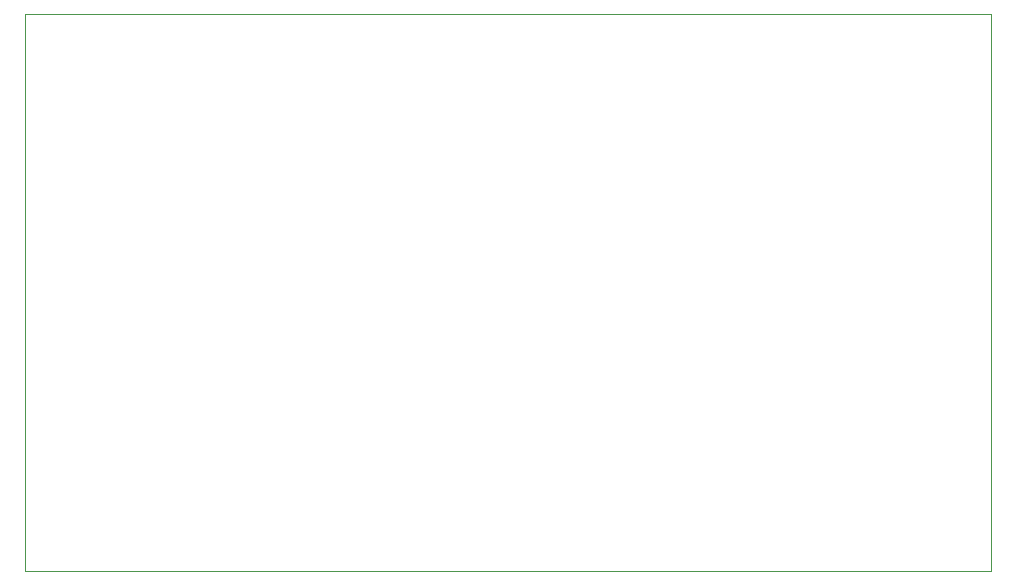
<source format=gbr>
%TF.GenerationSoftware,KiCad,Pcbnew,9.0.6+1*%
%TF.CreationDate,Date%
%TF.ProjectId,StepUp_module_12to450V,53746570-5570-45f6-9d6f-64756c655f31,+ (Unreleased)*%
%TF.SameCoordinates,Original*%
%TF.FileFunction,Profile,NP*%
%FSLAX46Y46*%
G04 Gerber Fmt 4.6, Leading zero omitted, Abs format (unit mm)*
G04 Created by KiCad*
%MOMM*%
%LPD*%
G01*
G04 APERTURE LIST*
%TA.AperFunction,Profile*%
%ADD10C,0.100000*%
%TD*%
G04 APERTURE END LIST*
D10*
X96266000Y-82550000D02*
X178066000Y-82550000D01*
X178066000Y-129750000D01*
X96266000Y-129750000D01*
X96266000Y-82550000D01*
M02*

</source>
